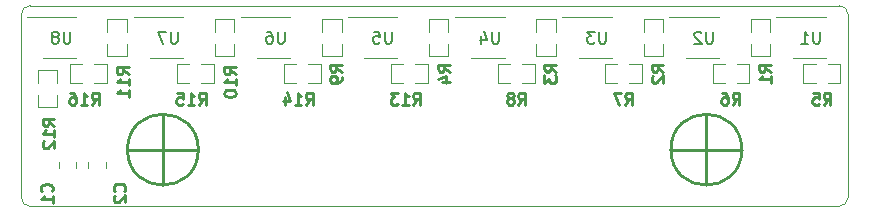
<source format=gbr>
%TF.GenerationSoftware,KiCad,Pcbnew,7.0.1*%
%TF.CreationDate,2023-08-30T00:52:31-03:00*%
%TF.ProjectId,QRE1113_Line_Sensors_x8,51524531-3131-4335-9f4c-696e655f5365,rev?*%
%TF.SameCoordinates,Original*%
%TF.FileFunction,Legend,Bot*%
%TF.FilePolarity,Positive*%
%FSLAX46Y46*%
G04 Gerber Fmt 4.6, Leading zero omitted, Abs format (unit mm)*
G04 Created by KiCad (PCBNEW 7.0.1) date 2023-08-30 00:52:31*
%MOMM*%
%LPD*%
G01*
G04 APERTURE LIST*
%ADD10C,0.250000*%
%ADD11C,0.150000*%
%ADD12C,0.254000*%
%ADD13C,0.099060*%
%ADD14C,0.120000*%
%TA.AperFunction,Profile*%
%ADD15C,0.100000*%
%TD*%
G04 APERTURE END LIST*
D10*
%TO.C,R14*%
X149098790Y-66642619D02*
X149432123Y-66166428D01*
X149670218Y-66642619D02*
X149670218Y-65642619D01*
X149670218Y-65642619D02*
X149289266Y-65642619D01*
X149289266Y-65642619D02*
X149194028Y-65690238D01*
X149194028Y-65690238D02*
X149146409Y-65737857D01*
X149146409Y-65737857D02*
X149098790Y-65833095D01*
X149098790Y-65833095D02*
X149098790Y-65975952D01*
X149098790Y-65975952D02*
X149146409Y-66071190D01*
X149146409Y-66071190D02*
X149194028Y-66118809D01*
X149194028Y-66118809D02*
X149289266Y-66166428D01*
X149289266Y-66166428D02*
X149670218Y-66166428D01*
X148146409Y-66642619D02*
X148717837Y-66642619D01*
X148432123Y-66642619D02*
X148432123Y-65642619D01*
X148432123Y-65642619D02*
X148527361Y-65785476D01*
X148527361Y-65785476D02*
X148622599Y-65880714D01*
X148622599Y-65880714D02*
X148717837Y-65928333D01*
X147289266Y-65975952D02*
X147289266Y-66642619D01*
X147527361Y-65595000D02*
X147765456Y-66309285D01*
X147765456Y-66309285D02*
X147146409Y-66309285D01*
D11*
%TO.C,U8*%
X129161904Y-60462619D02*
X129161904Y-61272142D01*
X129161904Y-61272142D02*
X129114285Y-61367380D01*
X129114285Y-61367380D02*
X129066666Y-61415000D01*
X129066666Y-61415000D02*
X128971428Y-61462619D01*
X128971428Y-61462619D02*
X128780952Y-61462619D01*
X128780952Y-61462619D02*
X128685714Y-61415000D01*
X128685714Y-61415000D02*
X128638095Y-61367380D01*
X128638095Y-61367380D02*
X128590476Y-61272142D01*
X128590476Y-61272142D02*
X128590476Y-60462619D01*
X127971428Y-60891190D02*
X128066666Y-60843571D01*
X128066666Y-60843571D02*
X128114285Y-60795952D01*
X128114285Y-60795952D02*
X128161904Y-60700714D01*
X128161904Y-60700714D02*
X128161904Y-60653095D01*
X128161904Y-60653095D02*
X128114285Y-60557857D01*
X128114285Y-60557857D02*
X128066666Y-60510238D01*
X128066666Y-60510238D02*
X127971428Y-60462619D01*
X127971428Y-60462619D02*
X127780952Y-60462619D01*
X127780952Y-60462619D02*
X127685714Y-60510238D01*
X127685714Y-60510238D02*
X127638095Y-60557857D01*
X127638095Y-60557857D02*
X127590476Y-60653095D01*
X127590476Y-60653095D02*
X127590476Y-60700714D01*
X127590476Y-60700714D02*
X127638095Y-60795952D01*
X127638095Y-60795952D02*
X127685714Y-60843571D01*
X127685714Y-60843571D02*
X127780952Y-60891190D01*
X127780952Y-60891190D02*
X127971428Y-60891190D01*
X127971428Y-60891190D02*
X128066666Y-60938809D01*
X128066666Y-60938809D02*
X128114285Y-60986428D01*
X128114285Y-60986428D02*
X128161904Y-61081666D01*
X128161904Y-61081666D02*
X128161904Y-61272142D01*
X128161904Y-61272142D02*
X128114285Y-61367380D01*
X128114285Y-61367380D02*
X128066666Y-61415000D01*
X128066666Y-61415000D02*
X127971428Y-61462619D01*
X127971428Y-61462619D02*
X127780952Y-61462619D01*
X127780952Y-61462619D02*
X127685714Y-61415000D01*
X127685714Y-61415000D02*
X127638095Y-61367380D01*
X127638095Y-61367380D02*
X127590476Y-61272142D01*
X127590476Y-61272142D02*
X127590476Y-61081666D01*
X127590476Y-61081666D02*
X127638095Y-60986428D01*
X127638095Y-60986428D02*
X127685714Y-60938809D01*
X127685714Y-60938809D02*
X127780952Y-60891190D01*
D10*
%TO.C,R16*%
X130965656Y-66642619D02*
X131298989Y-66166428D01*
X131537084Y-66642619D02*
X131537084Y-65642619D01*
X131537084Y-65642619D02*
X131156132Y-65642619D01*
X131156132Y-65642619D02*
X131060894Y-65690238D01*
X131060894Y-65690238D02*
X131013275Y-65737857D01*
X131013275Y-65737857D02*
X130965656Y-65833095D01*
X130965656Y-65833095D02*
X130965656Y-65975952D01*
X130965656Y-65975952D02*
X131013275Y-66071190D01*
X131013275Y-66071190D02*
X131060894Y-66118809D01*
X131060894Y-66118809D02*
X131156132Y-66166428D01*
X131156132Y-66166428D02*
X131537084Y-66166428D01*
X130013275Y-66642619D02*
X130584703Y-66642619D01*
X130298989Y-66642619D02*
X130298989Y-65642619D01*
X130298989Y-65642619D02*
X130394227Y-65785476D01*
X130394227Y-65785476D02*
X130489465Y-65880714D01*
X130489465Y-65880714D02*
X130584703Y-65928333D01*
X129156132Y-65642619D02*
X129346608Y-65642619D01*
X129346608Y-65642619D02*
X129441846Y-65690238D01*
X129441846Y-65690238D02*
X129489465Y-65737857D01*
X129489465Y-65737857D02*
X129584703Y-65880714D01*
X129584703Y-65880714D02*
X129632322Y-66071190D01*
X129632322Y-66071190D02*
X129632322Y-66452142D01*
X129632322Y-66452142D02*
X129584703Y-66547380D01*
X129584703Y-66547380D02*
X129537084Y-66595000D01*
X129537084Y-66595000D02*
X129441846Y-66642619D01*
X129441846Y-66642619D02*
X129251370Y-66642619D01*
X129251370Y-66642619D02*
X129156132Y-66595000D01*
X129156132Y-66595000D02*
X129108513Y-66547380D01*
X129108513Y-66547380D02*
X129060894Y-66452142D01*
X129060894Y-66452142D02*
X129060894Y-66214047D01*
X129060894Y-66214047D02*
X129108513Y-66118809D01*
X129108513Y-66118809D02*
X129156132Y-66071190D01*
X129156132Y-66071190D02*
X129251370Y-66023571D01*
X129251370Y-66023571D02*
X129441846Y-66023571D01*
X129441846Y-66023571D02*
X129537084Y-66071190D01*
X129537084Y-66071190D02*
X129584703Y-66118809D01*
X129584703Y-66118809D02*
X129632322Y-66214047D01*
D11*
%TO.C,U1*%
X192627874Y-60462619D02*
X192627874Y-61272142D01*
X192627874Y-61272142D02*
X192580255Y-61367380D01*
X192580255Y-61367380D02*
X192532636Y-61415000D01*
X192532636Y-61415000D02*
X192437398Y-61462619D01*
X192437398Y-61462619D02*
X192246922Y-61462619D01*
X192246922Y-61462619D02*
X192151684Y-61415000D01*
X192151684Y-61415000D02*
X192104065Y-61367380D01*
X192104065Y-61367380D02*
X192056446Y-61272142D01*
X192056446Y-61272142D02*
X192056446Y-60462619D01*
X191056446Y-61462619D02*
X191627874Y-61462619D01*
X191342160Y-61462619D02*
X191342160Y-60462619D01*
X191342160Y-60462619D02*
X191437398Y-60605476D01*
X191437398Y-60605476D02*
X191532636Y-60700714D01*
X191532636Y-60700714D02*
X191627874Y-60748333D01*
D10*
%TO.C,R12*%
X127802619Y-68417142D02*
X127326428Y-68083809D01*
X127802619Y-67845714D02*
X126802619Y-67845714D01*
X126802619Y-67845714D02*
X126802619Y-68226666D01*
X126802619Y-68226666D02*
X126850238Y-68321904D01*
X126850238Y-68321904D02*
X126897857Y-68369523D01*
X126897857Y-68369523D02*
X126993095Y-68417142D01*
X126993095Y-68417142D02*
X127135952Y-68417142D01*
X127135952Y-68417142D02*
X127231190Y-68369523D01*
X127231190Y-68369523D02*
X127278809Y-68321904D01*
X127278809Y-68321904D02*
X127326428Y-68226666D01*
X127326428Y-68226666D02*
X127326428Y-67845714D01*
X127802619Y-69369523D02*
X127802619Y-68798095D01*
X127802619Y-69083809D02*
X126802619Y-69083809D01*
X126802619Y-69083809D02*
X126945476Y-68988571D01*
X126945476Y-68988571D02*
X127040714Y-68893333D01*
X127040714Y-68893333D02*
X127088333Y-68798095D01*
X126897857Y-69750476D02*
X126850238Y-69798095D01*
X126850238Y-69798095D02*
X126802619Y-69893333D01*
X126802619Y-69893333D02*
X126802619Y-70131428D01*
X126802619Y-70131428D02*
X126850238Y-70226666D01*
X126850238Y-70226666D02*
X126897857Y-70274285D01*
X126897857Y-70274285D02*
X126993095Y-70321904D01*
X126993095Y-70321904D02*
X127088333Y-70321904D01*
X127088333Y-70321904D02*
X127231190Y-70274285D01*
X127231190Y-70274285D02*
X127802619Y-69702857D01*
X127802619Y-69702857D02*
X127802619Y-70321904D01*
D11*
%TO.C,U6*%
X147295038Y-60462619D02*
X147295038Y-61272142D01*
X147295038Y-61272142D02*
X147247419Y-61367380D01*
X147247419Y-61367380D02*
X147199800Y-61415000D01*
X147199800Y-61415000D02*
X147104562Y-61462619D01*
X147104562Y-61462619D02*
X146914086Y-61462619D01*
X146914086Y-61462619D02*
X146818848Y-61415000D01*
X146818848Y-61415000D02*
X146771229Y-61367380D01*
X146771229Y-61367380D02*
X146723610Y-61272142D01*
X146723610Y-61272142D02*
X146723610Y-60462619D01*
X145818848Y-60462619D02*
X146009324Y-60462619D01*
X146009324Y-60462619D02*
X146104562Y-60510238D01*
X146104562Y-60510238D02*
X146152181Y-60557857D01*
X146152181Y-60557857D02*
X146247419Y-60700714D01*
X146247419Y-60700714D02*
X146295038Y-60891190D01*
X146295038Y-60891190D02*
X146295038Y-61272142D01*
X146295038Y-61272142D02*
X146247419Y-61367380D01*
X146247419Y-61367380D02*
X146199800Y-61415000D01*
X146199800Y-61415000D02*
X146104562Y-61462619D01*
X146104562Y-61462619D02*
X145914086Y-61462619D01*
X145914086Y-61462619D02*
X145818848Y-61415000D01*
X145818848Y-61415000D02*
X145771229Y-61367380D01*
X145771229Y-61367380D02*
X145723610Y-61272142D01*
X145723610Y-61272142D02*
X145723610Y-61034047D01*
X145723610Y-61034047D02*
X145771229Y-60938809D01*
X145771229Y-60938809D02*
X145818848Y-60891190D01*
X145818848Y-60891190D02*
X145914086Y-60843571D01*
X145914086Y-60843571D02*
X146104562Y-60843571D01*
X146104562Y-60843571D02*
X146199800Y-60891190D01*
X146199800Y-60891190D02*
X146247419Y-60938809D01*
X146247419Y-60938809D02*
X146295038Y-61034047D01*
D10*
%TO.C,R8*%
X167083532Y-66642619D02*
X167416865Y-66166428D01*
X167654960Y-66642619D02*
X167654960Y-65642619D01*
X167654960Y-65642619D02*
X167274008Y-65642619D01*
X167274008Y-65642619D02*
X167178770Y-65690238D01*
X167178770Y-65690238D02*
X167131151Y-65737857D01*
X167131151Y-65737857D02*
X167083532Y-65833095D01*
X167083532Y-65833095D02*
X167083532Y-65975952D01*
X167083532Y-65975952D02*
X167131151Y-66071190D01*
X167131151Y-66071190D02*
X167178770Y-66118809D01*
X167178770Y-66118809D02*
X167274008Y-66166428D01*
X167274008Y-66166428D02*
X167654960Y-66166428D01*
X166512103Y-66071190D02*
X166607341Y-66023571D01*
X166607341Y-66023571D02*
X166654960Y-65975952D01*
X166654960Y-65975952D02*
X166702579Y-65880714D01*
X166702579Y-65880714D02*
X166702579Y-65833095D01*
X166702579Y-65833095D02*
X166654960Y-65737857D01*
X166654960Y-65737857D02*
X166607341Y-65690238D01*
X166607341Y-65690238D02*
X166512103Y-65642619D01*
X166512103Y-65642619D02*
X166321627Y-65642619D01*
X166321627Y-65642619D02*
X166226389Y-65690238D01*
X166226389Y-65690238D02*
X166178770Y-65737857D01*
X166178770Y-65737857D02*
X166131151Y-65833095D01*
X166131151Y-65833095D02*
X166131151Y-65880714D01*
X166131151Y-65880714D02*
X166178770Y-65975952D01*
X166178770Y-65975952D02*
X166226389Y-66023571D01*
X166226389Y-66023571D02*
X166321627Y-66071190D01*
X166321627Y-66071190D02*
X166512103Y-66071190D01*
X166512103Y-66071190D02*
X166607341Y-66118809D01*
X166607341Y-66118809D02*
X166654960Y-66166428D01*
X166654960Y-66166428D02*
X166702579Y-66261666D01*
X166702579Y-66261666D02*
X166702579Y-66452142D01*
X166702579Y-66452142D02*
X166654960Y-66547380D01*
X166654960Y-66547380D02*
X166607341Y-66595000D01*
X166607341Y-66595000D02*
X166512103Y-66642619D01*
X166512103Y-66642619D02*
X166321627Y-66642619D01*
X166321627Y-66642619D02*
X166226389Y-66595000D01*
X166226389Y-66595000D02*
X166178770Y-66547380D01*
X166178770Y-66547380D02*
X166131151Y-66452142D01*
X166131151Y-66452142D02*
X166131151Y-66261666D01*
X166131151Y-66261666D02*
X166178770Y-66166428D01*
X166178770Y-66166428D02*
X166226389Y-66118809D01*
X166226389Y-66118809D02*
X166321627Y-66071190D01*
%TO.C,R2*%
X179362619Y-63833333D02*
X178886428Y-63500000D01*
X179362619Y-63261905D02*
X178362619Y-63261905D01*
X178362619Y-63261905D02*
X178362619Y-63642857D01*
X178362619Y-63642857D02*
X178410238Y-63738095D01*
X178410238Y-63738095D02*
X178457857Y-63785714D01*
X178457857Y-63785714D02*
X178553095Y-63833333D01*
X178553095Y-63833333D02*
X178695952Y-63833333D01*
X178695952Y-63833333D02*
X178791190Y-63785714D01*
X178791190Y-63785714D02*
X178838809Y-63738095D01*
X178838809Y-63738095D02*
X178886428Y-63642857D01*
X178886428Y-63642857D02*
X178886428Y-63261905D01*
X178457857Y-64214286D02*
X178410238Y-64261905D01*
X178410238Y-64261905D02*
X178362619Y-64357143D01*
X178362619Y-64357143D02*
X178362619Y-64595238D01*
X178362619Y-64595238D02*
X178410238Y-64690476D01*
X178410238Y-64690476D02*
X178457857Y-64738095D01*
X178457857Y-64738095D02*
X178553095Y-64785714D01*
X178553095Y-64785714D02*
X178648333Y-64785714D01*
X178648333Y-64785714D02*
X178791190Y-64738095D01*
X178791190Y-64738095D02*
X179362619Y-64166667D01*
X179362619Y-64166667D02*
X179362619Y-64785714D01*
%TO.C,R4*%
X161292619Y-63833333D02*
X160816428Y-63500000D01*
X161292619Y-63261905D02*
X160292619Y-63261905D01*
X160292619Y-63261905D02*
X160292619Y-63642857D01*
X160292619Y-63642857D02*
X160340238Y-63738095D01*
X160340238Y-63738095D02*
X160387857Y-63785714D01*
X160387857Y-63785714D02*
X160483095Y-63833333D01*
X160483095Y-63833333D02*
X160625952Y-63833333D01*
X160625952Y-63833333D02*
X160721190Y-63785714D01*
X160721190Y-63785714D02*
X160768809Y-63738095D01*
X160768809Y-63738095D02*
X160816428Y-63642857D01*
X160816428Y-63642857D02*
X160816428Y-63261905D01*
X160625952Y-64690476D02*
X161292619Y-64690476D01*
X160245000Y-64452381D02*
X160959285Y-64214286D01*
X160959285Y-64214286D02*
X160959285Y-64833333D01*
%TO.C,R6*%
X185216666Y-66642619D02*
X185549999Y-66166428D01*
X185788094Y-66642619D02*
X185788094Y-65642619D01*
X185788094Y-65642619D02*
X185407142Y-65642619D01*
X185407142Y-65642619D02*
X185311904Y-65690238D01*
X185311904Y-65690238D02*
X185264285Y-65737857D01*
X185264285Y-65737857D02*
X185216666Y-65833095D01*
X185216666Y-65833095D02*
X185216666Y-65975952D01*
X185216666Y-65975952D02*
X185264285Y-66071190D01*
X185264285Y-66071190D02*
X185311904Y-66118809D01*
X185311904Y-66118809D02*
X185407142Y-66166428D01*
X185407142Y-66166428D02*
X185788094Y-66166428D01*
X184359523Y-65642619D02*
X184549999Y-65642619D01*
X184549999Y-65642619D02*
X184645237Y-65690238D01*
X184645237Y-65690238D02*
X184692856Y-65737857D01*
X184692856Y-65737857D02*
X184788094Y-65880714D01*
X184788094Y-65880714D02*
X184835713Y-66071190D01*
X184835713Y-66071190D02*
X184835713Y-66452142D01*
X184835713Y-66452142D02*
X184788094Y-66547380D01*
X184788094Y-66547380D02*
X184740475Y-66595000D01*
X184740475Y-66595000D02*
X184645237Y-66642619D01*
X184645237Y-66642619D02*
X184454761Y-66642619D01*
X184454761Y-66642619D02*
X184359523Y-66595000D01*
X184359523Y-66595000D02*
X184311904Y-66547380D01*
X184311904Y-66547380D02*
X184264285Y-66452142D01*
X184264285Y-66452142D02*
X184264285Y-66214047D01*
X184264285Y-66214047D02*
X184311904Y-66118809D01*
X184311904Y-66118809D02*
X184359523Y-66071190D01*
X184359523Y-66071190D02*
X184454761Y-66023571D01*
X184454761Y-66023571D02*
X184645237Y-66023571D01*
X184645237Y-66023571D02*
X184740475Y-66071190D01*
X184740475Y-66071190D02*
X184788094Y-66118809D01*
X184788094Y-66118809D02*
X184835713Y-66214047D01*
D11*
%TO.C,U4*%
X165428172Y-60462619D02*
X165428172Y-61272142D01*
X165428172Y-61272142D02*
X165380553Y-61367380D01*
X165380553Y-61367380D02*
X165332934Y-61415000D01*
X165332934Y-61415000D02*
X165237696Y-61462619D01*
X165237696Y-61462619D02*
X165047220Y-61462619D01*
X165047220Y-61462619D02*
X164951982Y-61415000D01*
X164951982Y-61415000D02*
X164904363Y-61367380D01*
X164904363Y-61367380D02*
X164856744Y-61272142D01*
X164856744Y-61272142D02*
X164856744Y-60462619D01*
X163951982Y-60795952D02*
X163951982Y-61462619D01*
X164190077Y-60415000D02*
X164428172Y-61129285D01*
X164428172Y-61129285D02*
X163809125Y-61129285D01*
%TO.C,U7*%
X138228471Y-60462619D02*
X138228471Y-61272142D01*
X138228471Y-61272142D02*
X138180852Y-61367380D01*
X138180852Y-61367380D02*
X138133233Y-61415000D01*
X138133233Y-61415000D02*
X138037995Y-61462619D01*
X138037995Y-61462619D02*
X137847519Y-61462619D01*
X137847519Y-61462619D02*
X137752281Y-61415000D01*
X137752281Y-61415000D02*
X137704662Y-61367380D01*
X137704662Y-61367380D02*
X137657043Y-61272142D01*
X137657043Y-61272142D02*
X137657043Y-60462619D01*
X137276090Y-60462619D02*
X136609424Y-60462619D01*
X136609424Y-60462619D02*
X137037995Y-61462619D01*
D10*
%TO.C,R3*%
X170292619Y-63833333D02*
X169816428Y-63500000D01*
X170292619Y-63261905D02*
X169292619Y-63261905D01*
X169292619Y-63261905D02*
X169292619Y-63642857D01*
X169292619Y-63642857D02*
X169340238Y-63738095D01*
X169340238Y-63738095D02*
X169387857Y-63785714D01*
X169387857Y-63785714D02*
X169483095Y-63833333D01*
X169483095Y-63833333D02*
X169625952Y-63833333D01*
X169625952Y-63833333D02*
X169721190Y-63785714D01*
X169721190Y-63785714D02*
X169768809Y-63738095D01*
X169768809Y-63738095D02*
X169816428Y-63642857D01*
X169816428Y-63642857D02*
X169816428Y-63261905D01*
X169292619Y-64166667D02*
X169292619Y-64785714D01*
X169292619Y-64785714D02*
X169673571Y-64452381D01*
X169673571Y-64452381D02*
X169673571Y-64595238D01*
X169673571Y-64595238D02*
X169721190Y-64690476D01*
X169721190Y-64690476D02*
X169768809Y-64738095D01*
X169768809Y-64738095D02*
X169864047Y-64785714D01*
X169864047Y-64785714D02*
X170102142Y-64785714D01*
X170102142Y-64785714D02*
X170197380Y-64738095D01*
X170197380Y-64738095D02*
X170245000Y-64690476D01*
X170245000Y-64690476D02*
X170292619Y-64595238D01*
X170292619Y-64595238D02*
X170292619Y-64309524D01*
X170292619Y-64309524D02*
X170245000Y-64214286D01*
X170245000Y-64214286D02*
X170197380Y-64166667D01*
%TO.C,R15*%
X140032223Y-66642619D02*
X140365556Y-66166428D01*
X140603651Y-66642619D02*
X140603651Y-65642619D01*
X140603651Y-65642619D02*
X140222699Y-65642619D01*
X140222699Y-65642619D02*
X140127461Y-65690238D01*
X140127461Y-65690238D02*
X140079842Y-65737857D01*
X140079842Y-65737857D02*
X140032223Y-65833095D01*
X140032223Y-65833095D02*
X140032223Y-65975952D01*
X140032223Y-65975952D02*
X140079842Y-66071190D01*
X140079842Y-66071190D02*
X140127461Y-66118809D01*
X140127461Y-66118809D02*
X140222699Y-66166428D01*
X140222699Y-66166428D02*
X140603651Y-66166428D01*
X139079842Y-66642619D02*
X139651270Y-66642619D01*
X139365556Y-66642619D02*
X139365556Y-65642619D01*
X139365556Y-65642619D02*
X139460794Y-65785476D01*
X139460794Y-65785476D02*
X139556032Y-65880714D01*
X139556032Y-65880714D02*
X139651270Y-65928333D01*
X138175080Y-65642619D02*
X138651270Y-65642619D01*
X138651270Y-65642619D02*
X138698889Y-66118809D01*
X138698889Y-66118809D02*
X138651270Y-66071190D01*
X138651270Y-66071190D02*
X138556032Y-66023571D01*
X138556032Y-66023571D02*
X138317937Y-66023571D01*
X138317937Y-66023571D02*
X138222699Y-66071190D01*
X138222699Y-66071190D02*
X138175080Y-66118809D01*
X138175080Y-66118809D02*
X138127461Y-66214047D01*
X138127461Y-66214047D02*
X138127461Y-66452142D01*
X138127461Y-66452142D02*
X138175080Y-66547380D01*
X138175080Y-66547380D02*
X138222699Y-66595000D01*
X138222699Y-66595000D02*
X138317937Y-66642619D01*
X138317937Y-66642619D02*
X138556032Y-66642619D01*
X138556032Y-66642619D02*
X138651270Y-66595000D01*
X138651270Y-66595000D02*
X138698889Y-66547380D01*
D11*
%TO.C,U3*%
X174494739Y-60462619D02*
X174494739Y-61272142D01*
X174494739Y-61272142D02*
X174447120Y-61367380D01*
X174447120Y-61367380D02*
X174399501Y-61415000D01*
X174399501Y-61415000D02*
X174304263Y-61462619D01*
X174304263Y-61462619D02*
X174113787Y-61462619D01*
X174113787Y-61462619D02*
X174018549Y-61415000D01*
X174018549Y-61415000D02*
X173970930Y-61367380D01*
X173970930Y-61367380D02*
X173923311Y-61272142D01*
X173923311Y-61272142D02*
X173923311Y-60462619D01*
X173542358Y-60462619D02*
X172923311Y-60462619D01*
X172923311Y-60462619D02*
X173256644Y-60843571D01*
X173256644Y-60843571D02*
X173113787Y-60843571D01*
X173113787Y-60843571D02*
X173018549Y-60891190D01*
X173018549Y-60891190D02*
X172970930Y-60938809D01*
X172970930Y-60938809D02*
X172923311Y-61034047D01*
X172923311Y-61034047D02*
X172923311Y-61272142D01*
X172923311Y-61272142D02*
X172970930Y-61367380D01*
X172970930Y-61367380D02*
X173018549Y-61415000D01*
X173018549Y-61415000D02*
X173113787Y-61462619D01*
X173113787Y-61462619D02*
X173399501Y-61462619D01*
X173399501Y-61462619D02*
X173494739Y-61415000D01*
X173494739Y-61415000D02*
X173542358Y-61367380D01*
D10*
%TO.C,R13*%
X158165357Y-66642619D02*
X158498690Y-66166428D01*
X158736785Y-66642619D02*
X158736785Y-65642619D01*
X158736785Y-65642619D02*
X158355833Y-65642619D01*
X158355833Y-65642619D02*
X158260595Y-65690238D01*
X158260595Y-65690238D02*
X158212976Y-65737857D01*
X158212976Y-65737857D02*
X158165357Y-65833095D01*
X158165357Y-65833095D02*
X158165357Y-65975952D01*
X158165357Y-65975952D02*
X158212976Y-66071190D01*
X158212976Y-66071190D02*
X158260595Y-66118809D01*
X158260595Y-66118809D02*
X158355833Y-66166428D01*
X158355833Y-66166428D02*
X158736785Y-66166428D01*
X157212976Y-66642619D02*
X157784404Y-66642619D01*
X157498690Y-66642619D02*
X157498690Y-65642619D01*
X157498690Y-65642619D02*
X157593928Y-65785476D01*
X157593928Y-65785476D02*
X157689166Y-65880714D01*
X157689166Y-65880714D02*
X157784404Y-65928333D01*
X156879642Y-65642619D02*
X156260595Y-65642619D01*
X156260595Y-65642619D02*
X156593928Y-66023571D01*
X156593928Y-66023571D02*
X156451071Y-66023571D01*
X156451071Y-66023571D02*
X156355833Y-66071190D01*
X156355833Y-66071190D02*
X156308214Y-66118809D01*
X156308214Y-66118809D02*
X156260595Y-66214047D01*
X156260595Y-66214047D02*
X156260595Y-66452142D01*
X156260595Y-66452142D02*
X156308214Y-66547380D01*
X156308214Y-66547380D02*
X156355833Y-66595000D01*
X156355833Y-66595000D02*
X156451071Y-66642619D01*
X156451071Y-66642619D02*
X156736785Y-66642619D01*
X156736785Y-66642619D02*
X156832023Y-66595000D01*
X156832023Y-66595000D02*
X156879642Y-66547380D01*
%TO.C,R9*%
X152152619Y-63833333D02*
X151676428Y-63500000D01*
X152152619Y-63261905D02*
X151152619Y-63261905D01*
X151152619Y-63261905D02*
X151152619Y-63642857D01*
X151152619Y-63642857D02*
X151200238Y-63738095D01*
X151200238Y-63738095D02*
X151247857Y-63785714D01*
X151247857Y-63785714D02*
X151343095Y-63833333D01*
X151343095Y-63833333D02*
X151485952Y-63833333D01*
X151485952Y-63833333D02*
X151581190Y-63785714D01*
X151581190Y-63785714D02*
X151628809Y-63738095D01*
X151628809Y-63738095D02*
X151676428Y-63642857D01*
X151676428Y-63642857D02*
X151676428Y-63261905D01*
X152152619Y-64309524D02*
X152152619Y-64500000D01*
X152152619Y-64500000D02*
X152105000Y-64595238D01*
X152105000Y-64595238D02*
X152057380Y-64642857D01*
X152057380Y-64642857D02*
X151914523Y-64738095D01*
X151914523Y-64738095D02*
X151724047Y-64785714D01*
X151724047Y-64785714D02*
X151343095Y-64785714D01*
X151343095Y-64785714D02*
X151247857Y-64738095D01*
X151247857Y-64738095D02*
X151200238Y-64690476D01*
X151200238Y-64690476D02*
X151152619Y-64595238D01*
X151152619Y-64595238D02*
X151152619Y-64404762D01*
X151152619Y-64404762D02*
X151200238Y-64309524D01*
X151200238Y-64309524D02*
X151247857Y-64261905D01*
X151247857Y-64261905D02*
X151343095Y-64214286D01*
X151343095Y-64214286D02*
X151581190Y-64214286D01*
X151581190Y-64214286D02*
X151676428Y-64261905D01*
X151676428Y-64261905D02*
X151724047Y-64309524D01*
X151724047Y-64309524D02*
X151771666Y-64404762D01*
X151771666Y-64404762D02*
X151771666Y-64595238D01*
X151771666Y-64595238D02*
X151724047Y-64690476D01*
X151724047Y-64690476D02*
X151676428Y-64738095D01*
X151676428Y-64738095D02*
X151581190Y-64785714D01*
%TO.C,R10*%
X143172619Y-64057142D02*
X142696428Y-63723809D01*
X143172619Y-63485714D02*
X142172619Y-63485714D01*
X142172619Y-63485714D02*
X142172619Y-63866666D01*
X142172619Y-63866666D02*
X142220238Y-63961904D01*
X142220238Y-63961904D02*
X142267857Y-64009523D01*
X142267857Y-64009523D02*
X142363095Y-64057142D01*
X142363095Y-64057142D02*
X142505952Y-64057142D01*
X142505952Y-64057142D02*
X142601190Y-64009523D01*
X142601190Y-64009523D02*
X142648809Y-63961904D01*
X142648809Y-63961904D02*
X142696428Y-63866666D01*
X142696428Y-63866666D02*
X142696428Y-63485714D01*
X143172619Y-65009523D02*
X143172619Y-64438095D01*
X143172619Y-64723809D02*
X142172619Y-64723809D01*
X142172619Y-64723809D02*
X142315476Y-64628571D01*
X142315476Y-64628571D02*
X142410714Y-64533333D01*
X142410714Y-64533333D02*
X142458333Y-64438095D01*
X142172619Y-65628571D02*
X142172619Y-65723809D01*
X142172619Y-65723809D02*
X142220238Y-65819047D01*
X142220238Y-65819047D02*
X142267857Y-65866666D01*
X142267857Y-65866666D02*
X142363095Y-65914285D01*
X142363095Y-65914285D02*
X142553571Y-65961904D01*
X142553571Y-65961904D02*
X142791666Y-65961904D01*
X142791666Y-65961904D02*
X142982142Y-65914285D01*
X142982142Y-65914285D02*
X143077380Y-65866666D01*
X143077380Y-65866666D02*
X143125000Y-65819047D01*
X143125000Y-65819047D02*
X143172619Y-65723809D01*
X143172619Y-65723809D02*
X143172619Y-65628571D01*
X143172619Y-65628571D02*
X143125000Y-65533333D01*
X143125000Y-65533333D02*
X143077380Y-65485714D01*
X143077380Y-65485714D02*
X142982142Y-65438095D01*
X142982142Y-65438095D02*
X142791666Y-65390476D01*
X142791666Y-65390476D02*
X142553571Y-65390476D01*
X142553571Y-65390476D02*
X142363095Y-65438095D01*
X142363095Y-65438095D02*
X142267857Y-65485714D01*
X142267857Y-65485714D02*
X142220238Y-65533333D01*
X142220238Y-65533333D02*
X142172619Y-65628571D01*
%TO.C,R1*%
X188452619Y-63833333D02*
X187976428Y-63500000D01*
X188452619Y-63261905D02*
X187452619Y-63261905D01*
X187452619Y-63261905D02*
X187452619Y-63642857D01*
X187452619Y-63642857D02*
X187500238Y-63738095D01*
X187500238Y-63738095D02*
X187547857Y-63785714D01*
X187547857Y-63785714D02*
X187643095Y-63833333D01*
X187643095Y-63833333D02*
X187785952Y-63833333D01*
X187785952Y-63833333D02*
X187881190Y-63785714D01*
X187881190Y-63785714D02*
X187928809Y-63738095D01*
X187928809Y-63738095D02*
X187976428Y-63642857D01*
X187976428Y-63642857D02*
X187976428Y-63261905D01*
X188452619Y-64785714D02*
X188452619Y-64214286D01*
X188452619Y-64500000D02*
X187452619Y-64500000D01*
X187452619Y-64500000D02*
X187595476Y-64404762D01*
X187595476Y-64404762D02*
X187690714Y-64309524D01*
X187690714Y-64309524D02*
X187738333Y-64214286D01*
%TO.C,C1*%
X127557380Y-73983333D02*
X127605000Y-73935714D01*
X127605000Y-73935714D02*
X127652619Y-73792857D01*
X127652619Y-73792857D02*
X127652619Y-73697619D01*
X127652619Y-73697619D02*
X127605000Y-73554762D01*
X127605000Y-73554762D02*
X127509761Y-73459524D01*
X127509761Y-73459524D02*
X127414523Y-73411905D01*
X127414523Y-73411905D02*
X127224047Y-73364286D01*
X127224047Y-73364286D02*
X127081190Y-73364286D01*
X127081190Y-73364286D02*
X126890714Y-73411905D01*
X126890714Y-73411905D02*
X126795476Y-73459524D01*
X126795476Y-73459524D02*
X126700238Y-73554762D01*
X126700238Y-73554762D02*
X126652619Y-73697619D01*
X126652619Y-73697619D02*
X126652619Y-73792857D01*
X126652619Y-73792857D02*
X126700238Y-73935714D01*
X126700238Y-73935714D02*
X126747857Y-73983333D01*
X127652619Y-74935714D02*
X127652619Y-74364286D01*
X127652619Y-74650000D02*
X126652619Y-74650000D01*
X126652619Y-74650000D02*
X126795476Y-74554762D01*
X126795476Y-74554762D02*
X126890714Y-74459524D01*
X126890714Y-74459524D02*
X126938333Y-74364286D01*
%TO.C,R11*%
X134082619Y-64057142D02*
X133606428Y-63723809D01*
X134082619Y-63485714D02*
X133082619Y-63485714D01*
X133082619Y-63485714D02*
X133082619Y-63866666D01*
X133082619Y-63866666D02*
X133130238Y-63961904D01*
X133130238Y-63961904D02*
X133177857Y-64009523D01*
X133177857Y-64009523D02*
X133273095Y-64057142D01*
X133273095Y-64057142D02*
X133415952Y-64057142D01*
X133415952Y-64057142D02*
X133511190Y-64009523D01*
X133511190Y-64009523D02*
X133558809Y-63961904D01*
X133558809Y-63961904D02*
X133606428Y-63866666D01*
X133606428Y-63866666D02*
X133606428Y-63485714D01*
X134082619Y-65009523D02*
X134082619Y-64438095D01*
X134082619Y-64723809D02*
X133082619Y-64723809D01*
X133082619Y-64723809D02*
X133225476Y-64628571D01*
X133225476Y-64628571D02*
X133320714Y-64533333D01*
X133320714Y-64533333D02*
X133368333Y-64438095D01*
X134082619Y-65961904D02*
X134082619Y-65390476D01*
X134082619Y-65676190D02*
X133082619Y-65676190D01*
X133082619Y-65676190D02*
X133225476Y-65580952D01*
X133225476Y-65580952D02*
X133320714Y-65485714D01*
X133320714Y-65485714D02*
X133368333Y-65390476D01*
%TO.C,R5*%
X192936666Y-66642619D02*
X193269999Y-66166428D01*
X193508094Y-66642619D02*
X193508094Y-65642619D01*
X193508094Y-65642619D02*
X193127142Y-65642619D01*
X193127142Y-65642619D02*
X193031904Y-65690238D01*
X193031904Y-65690238D02*
X192984285Y-65737857D01*
X192984285Y-65737857D02*
X192936666Y-65833095D01*
X192936666Y-65833095D02*
X192936666Y-65975952D01*
X192936666Y-65975952D02*
X192984285Y-66071190D01*
X192984285Y-66071190D02*
X193031904Y-66118809D01*
X193031904Y-66118809D02*
X193127142Y-66166428D01*
X193127142Y-66166428D02*
X193508094Y-66166428D01*
X192031904Y-65642619D02*
X192508094Y-65642619D01*
X192508094Y-65642619D02*
X192555713Y-66118809D01*
X192555713Y-66118809D02*
X192508094Y-66071190D01*
X192508094Y-66071190D02*
X192412856Y-66023571D01*
X192412856Y-66023571D02*
X192174761Y-66023571D01*
X192174761Y-66023571D02*
X192079523Y-66071190D01*
X192079523Y-66071190D02*
X192031904Y-66118809D01*
X192031904Y-66118809D02*
X191984285Y-66214047D01*
X191984285Y-66214047D02*
X191984285Y-66452142D01*
X191984285Y-66452142D02*
X192031904Y-66547380D01*
X192031904Y-66547380D02*
X192079523Y-66595000D01*
X192079523Y-66595000D02*
X192174761Y-66642619D01*
X192174761Y-66642619D02*
X192412856Y-66642619D01*
X192412856Y-66642619D02*
X192508094Y-66595000D01*
X192508094Y-66595000D02*
X192555713Y-66547380D01*
%TO.C,C2*%
X133717380Y-73963333D02*
X133765000Y-73915714D01*
X133765000Y-73915714D02*
X133812619Y-73772857D01*
X133812619Y-73772857D02*
X133812619Y-73677619D01*
X133812619Y-73677619D02*
X133765000Y-73534762D01*
X133765000Y-73534762D02*
X133669761Y-73439524D01*
X133669761Y-73439524D02*
X133574523Y-73391905D01*
X133574523Y-73391905D02*
X133384047Y-73344286D01*
X133384047Y-73344286D02*
X133241190Y-73344286D01*
X133241190Y-73344286D02*
X133050714Y-73391905D01*
X133050714Y-73391905D02*
X132955476Y-73439524D01*
X132955476Y-73439524D02*
X132860238Y-73534762D01*
X132860238Y-73534762D02*
X132812619Y-73677619D01*
X132812619Y-73677619D02*
X132812619Y-73772857D01*
X132812619Y-73772857D02*
X132860238Y-73915714D01*
X132860238Y-73915714D02*
X132907857Y-73963333D01*
X132907857Y-74344286D02*
X132860238Y-74391905D01*
X132860238Y-74391905D02*
X132812619Y-74487143D01*
X132812619Y-74487143D02*
X132812619Y-74725238D01*
X132812619Y-74725238D02*
X132860238Y-74820476D01*
X132860238Y-74820476D02*
X132907857Y-74868095D01*
X132907857Y-74868095D02*
X133003095Y-74915714D01*
X133003095Y-74915714D02*
X133098333Y-74915714D01*
X133098333Y-74915714D02*
X133241190Y-74868095D01*
X133241190Y-74868095D02*
X133812619Y-74296667D01*
X133812619Y-74296667D02*
X133812619Y-74915714D01*
%TO.C,R7*%
X176150099Y-66642619D02*
X176483432Y-66166428D01*
X176721527Y-66642619D02*
X176721527Y-65642619D01*
X176721527Y-65642619D02*
X176340575Y-65642619D01*
X176340575Y-65642619D02*
X176245337Y-65690238D01*
X176245337Y-65690238D02*
X176197718Y-65737857D01*
X176197718Y-65737857D02*
X176150099Y-65833095D01*
X176150099Y-65833095D02*
X176150099Y-65975952D01*
X176150099Y-65975952D02*
X176197718Y-66071190D01*
X176197718Y-66071190D02*
X176245337Y-66118809D01*
X176245337Y-66118809D02*
X176340575Y-66166428D01*
X176340575Y-66166428D02*
X176721527Y-66166428D01*
X175816765Y-65642619D02*
X175150099Y-65642619D01*
X175150099Y-65642619D02*
X175578670Y-66642619D01*
D11*
%TO.C,U2*%
X183561306Y-60462619D02*
X183561306Y-61272142D01*
X183561306Y-61272142D02*
X183513687Y-61367380D01*
X183513687Y-61367380D02*
X183466068Y-61415000D01*
X183466068Y-61415000D02*
X183370830Y-61462619D01*
X183370830Y-61462619D02*
X183180354Y-61462619D01*
X183180354Y-61462619D02*
X183085116Y-61415000D01*
X183085116Y-61415000D02*
X183037497Y-61367380D01*
X183037497Y-61367380D02*
X182989878Y-61272142D01*
X182989878Y-61272142D02*
X182989878Y-60462619D01*
X182561306Y-60557857D02*
X182513687Y-60510238D01*
X182513687Y-60510238D02*
X182418449Y-60462619D01*
X182418449Y-60462619D02*
X182180354Y-60462619D01*
X182180354Y-60462619D02*
X182085116Y-60510238D01*
X182085116Y-60510238D02*
X182037497Y-60557857D01*
X182037497Y-60557857D02*
X181989878Y-60653095D01*
X181989878Y-60653095D02*
X181989878Y-60748333D01*
X181989878Y-60748333D02*
X182037497Y-60891190D01*
X182037497Y-60891190D02*
X182608925Y-61462619D01*
X182608925Y-61462619D02*
X181989878Y-61462619D01*
%TO.C,U5*%
X156361605Y-60462619D02*
X156361605Y-61272142D01*
X156361605Y-61272142D02*
X156313986Y-61367380D01*
X156313986Y-61367380D02*
X156266367Y-61415000D01*
X156266367Y-61415000D02*
X156171129Y-61462619D01*
X156171129Y-61462619D02*
X155980653Y-61462619D01*
X155980653Y-61462619D02*
X155885415Y-61415000D01*
X155885415Y-61415000D02*
X155837796Y-61367380D01*
X155837796Y-61367380D02*
X155790177Y-61272142D01*
X155790177Y-61272142D02*
X155790177Y-60462619D01*
X154837796Y-60462619D02*
X155313986Y-60462619D01*
X155313986Y-60462619D02*
X155361605Y-60938809D01*
X155361605Y-60938809D02*
X155313986Y-60891190D01*
X155313986Y-60891190D02*
X155218748Y-60843571D01*
X155218748Y-60843571D02*
X154980653Y-60843571D01*
X154980653Y-60843571D02*
X154885415Y-60891190D01*
X154885415Y-60891190D02*
X154837796Y-60938809D01*
X154837796Y-60938809D02*
X154790177Y-61034047D01*
X154790177Y-61034047D02*
X154790177Y-61272142D01*
X154790177Y-61272142D02*
X154837796Y-61367380D01*
X154837796Y-61367380D02*
X154885415Y-61415000D01*
X154885415Y-61415000D02*
X154980653Y-61462619D01*
X154980653Y-61462619D02*
X155218748Y-61462619D01*
X155218748Y-61462619D02*
X155313986Y-61415000D01*
X155313986Y-61415000D02*
X155361605Y-61367380D01*
D12*
%TO.C,H1*%
X133990000Y-70450000D02*
X139990000Y-70450000D01*
X136990000Y-67450000D02*
X136990000Y-73450000D01*
X139990000Y-70450000D02*
G75*
G03*
X139990000Y-70450000I-3000000J0D01*
G01*
%TO.C,H2*%
X180000000Y-70450000D02*
X186000000Y-70450000D01*
X183000000Y-67450000D02*
X183000000Y-73450000D01*
X186000000Y-70450000D02*
G75*
G03*
X186000000Y-70450000I-3000000J0D01*
G01*
D13*
%TO.C,R14*%
X147257232Y-63174500D02*
X147257232Y-64825500D01*
X147257232Y-64825500D02*
X148273232Y-64825500D01*
X148273232Y-63174500D02*
X147257232Y-63174500D01*
X149289232Y-64825500D02*
X150368732Y-64825500D01*
X150368732Y-63174500D02*
X149289232Y-63174500D01*
X150368732Y-64825500D02*
X150368732Y-63174500D01*
D14*
%TO.C,U8*%
X129650000Y-59250000D02*
X125450000Y-59250000D01*
X129650000Y-62650000D02*
X126850000Y-62650000D01*
D13*
%TO.C,R16*%
X129124098Y-63174500D02*
X129124098Y-64825500D01*
X129124098Y-64825500D02*
X130140098Y-64825500D01*
X130140098Y-63174500D02*
X129124098Y-63174500D01*
X131156098Y-64825500D02*
X132235598Y-64825500D01*
X132235598Y-63174500D02*
X131156098Y-63174500D01*
X132235598Y-64825500D02*
X132235598Y-63174500D01*
D14*
%TO.C,U1*%
X193115970Y-59250000D02*
X188915970Y-59250000D01*
X193115970Y-62650000D02*
X190315970Y-62650000D01*
D13*
%TO.C,R12*%
X126374500Y-66844000D02*
X128025500Y-66844000D01*
X128025500Y-66844000D02*
X128025500Y-65828000D01*
X126374500Y-65828000D02*
X126374500Y-66844000D01*
X128025500Y-64812000D02*
X128025500Y-63732500D01*
X126374500Y-63732500D02*
X126374500Y-64812000D01*
X128025500Y-63732500D02*
X126374500Y-63732500D01*
D14*
%TO.C,U6*%
X147783134Y-59250000D02*
X143583134Y-59250000D01*
X147783134Y-62650000D02*
X144983134Y-62650000D01*
D13*
%TO.C,R8*%
X165390366Y-63174500D02*
X165390366Y-64825500D01*
X165390366Y-64825500D02*
X166406366Y-64825500D01*
X166406366Y-63174500D02*
X165390366Y-63174500D01*
X167422366Y-64825500D02*
X168501866Y-64825500D01*
X168501866Y-63174500D02*
X167422366Y-63174500D01*
X168501866Y-64825500D02*
X168501866Y-63174500D01*
%TO.C,R2*%
X177684500Y-62526500D02*
X179335500Y-62526500D01*
X179335500Y-62526500D02*
X179335500Y-61510500D01*
X177684500Y-61510500D02*
X177684500Y-62526500D01*
X179335500Y-60494500D02*
X179335500Y-59415000D01*
X177684500Y-59415000D02*
X177684500Y-60494500D01*
X179335500Y-59415000D02*
X177684500Y-59415000D01*
%TO.C,R4*%
X159494500Y-62526500D02*
X161145500Y-62526500D01*
X161145500Y-62526500D02*
X161145500Y-61510500D01*
X159494500Y-61510500D02*
X159494500Y-62526500D01*
X161145500Y-60494500D02*
X161145500Y-59415000D01*
X159494500Y-59415000D02*
X159494500Y-60494500D01*
X161145500Y-59415000D02*
X159494500Y-59415000D01*
%TO.C,R6*%
X183523500Y-63174500D02*
X183523500Y-64825500D01*
X183523500Y-64825500D02*
X184539500Y-64825500D01*
X184539500Y-63174500D02*
X183523500Y-63174500D01*
X185555500Y-64825500D02*
X186635000Y-64825500D01*
X186635000Y-63174500D02*
X185555500Y-63174500D01*
X186635000Y-64825500D02*
X186635000Y-63174500D01*
D14*
%TO.C,U4*%
X165916268Y-59250000D02*
X161716268Y-59250000D01*
X165916268Y-62650000D02*
X163116268Y-62650000D01*
%TO.C,U7*%
X138716567Y-59250000D02*
X134516567Y-59250000D01*
X138716567Y-62650000D02*
X135916567Y-62650000D01*
D13*
%TO.C,R3*%
X168614500Y-62526500D02*
X170265500Y-62526500D01*
X170265500Y-62526500D02*
X170265500Y-61510500D01*
X168614500Y-61510500D02*
X168614500Y-62526500D01*
X170265500Y-60494500D02*
X170265500Y-59415000D01*
X168614500Y-59415000D02*
X168614500Y-60494500D01*
X170265500Y-59415000D02*
X168614500Y-59415000D01*
%TO.C,R15*%
X138190665Y-63174500D02*
X138190665Y-64825500D01*
X138190665Y-64825500D02*
X139206665Y-64825500D01*
X139206665Y-63174500D02*
X138190665Y-63174500D01*
X140222665Y-64825500D02*
X141302165Y-64825500D01*
X141302165Y-63174500D02*
X140222665Y-63174500D01*
X141302165Y-64825500D02*
X141302165Y-63174500D01*
D14*
%TO.C,U3*%
X174982835Y-59250000D02*
X170782835Y-59250000D01*
X174982835Y-62650000D02*
X172182835Y-62650000D01*
D13*
%TO.C,R13*%
X156323799Y-63174500D02*
X156323799Y-64825500D01*
X156323799Y-64825500D02*
X157339799Y-64825500D01*
X157339799Y-63174500D02*
X156323799Y-63174500D01*
X158355799Y-64825500D02*
X159435299Y-64825500D01*
X159435299Y-63174500D02*
X158355799Y-63174500D01*
X159435299Y-64825500D02*
X159435299Y-63174500D01*
%TO.C,R9*%
X150474500Y-62526500D02*
X152125500Y-62526500D01*
X152125500Y-62526500D02*
X152125500Y-61510500D01*
X150474500Y-61510500D02*
X150474500Y-62526500D01*
X152125500Y-60494500D02*
X152125500Y-59415000D01*
X150474500Y-59415000D02*
X150474500Y-60494500D01*
X152125500Y-59415000D02*
X150474500Y-59415000D01*
%TO.C,R10*%
X141384500Y-62526500D02*
X143035500Y-62526500D01*
X143035500Y-62526500D02*
X143035500Y-61510500D01*
X141384500Y-61510500D02*
X141384500Y-62526500D01*
X143035500Y-60494500D02*
X143035500Y-59415000D01*
X141384500Y-59415000D02*
X141384500Y-60494500D01*
X143035500Y-59415000D02*
X141384500Y-59415000D01*
%TO.C,R1*%
X186774500Y-62526500D02*
X188425500Y-62526500D01*
X188425500Y-62526500D02*
X188425500Y-61510500D01*
X186774500Y-61510500D02*
X186774500Y-62526500D01*
X188425500Y-60494500D02*
X188425500Y-59415000D01*
X186774500Y-59415000D02*
X186774500Y-60494500D01*
X188425500Y-59415000D02*
X186774500Y-59415000D01*
D14*
%TO.C,C1*%
X129635000Y-71478748D02*
X129635000Y-72001252D01*
X128165000Y-71478748D02*
X128165000Y-72001252D01*
D13*
%TO.C,R11*%
X132294500Y-62526500D02*
X133945500Y-62526500D01*
X133945500Y-62526500D02*
X133945500Y-61510500D01*
X132294500Y-61510500D02*
X132294500Y-62526500D01*
X133945500Y-60494500D02*
X133945500Y-59415000D01*
X132294500Y-59415000D02*
X132294500Y-60494500D01*
X133945500Y-59415000D02*
X132294500Y-59415000D01*
%TO.C,R5*%
X194287470Y-64825500D02*
X194287470Y-63174500D01*
X194287470Y-63174500D02*
X193271470Y-63174500D01*
X193271470Y-64825500D02*
X194287470Y-64825500D01*
X192255470Y-63174500D02*
X191175970Y-63174500D01*
X191175970Y-64825500D02*
X192255470Y-64825500D01*
X191175970Y-63174500D02*
X191175970Y-64825500D01*
D14*
%TO.C,C2*%
X132135000Y-71478748D02*
X132135000Y-72001252D01*
X130665000Y-71478748D02*
X130665000Y-72001252D01*
D13*
%TO.C,R7*%
X174456933Y-63174500D02*
X174456933Y-64825500D01*
X174456933Y-64825500D02*
X175472933Y-64825500D01*
X175472933Y-63174500D02*
X174456933Y-63174500D01*
X176488933Y-64825500D02*
X177568433Y-64825500D01*
X177568433Y-63174500D02*
X176488933Y-63174500D01*
X177568433Y-64825500D02*
X177568433Y-63174500D01*
D14*
%TO.C,U2*%
X184049402Y-59250000D02*
X179849402Y-59250000D01*
X184049402Y-62650000D02*
X181249402Y-62650000D01*
%TO.C,U5*%
X156849701Y-59250000D02*
X152649701Y-59250000D01*
X156849701Y-62650000D02*
X154049701Y-62650000D01*
%TD*%
D15*
X194250000Y-75250000D02*
X125750000Y-75250000D01*
X125750000Y-58250000D02*
X194250000Y-58250000D01*
X195000000Y-59000000D02*
X195000000Y-74500000D01*
X195000000Y-59000000D02*
G75*
G03*
X194250000Y-58250000I-750000J0D01*
G01*
X125000000Y-74500000D02*
X125000000Y-59000000D01*
X125000000Y-74500000D02*
G75*
G03*
X125750000Y-75250000I750000J0D01*
G01*
X194250000Y-75250000D02*
G75*
G03*
X195000000Y-74500000I0J750000D01*
G01*
X125750000Y-58250000D02*
G75*
G03*
X125000000Y-59000000I0J-750000D01*
G01*
M02*

</source>
